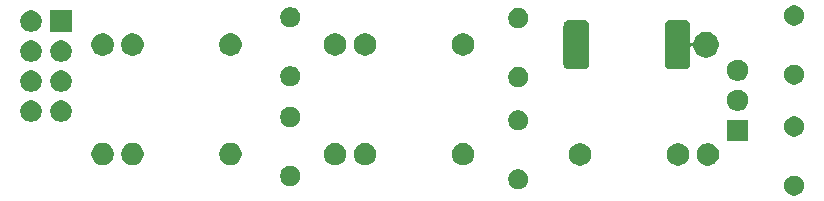
<source format=gbr>
G04 #@! TF.GenerationSoftware,KiCad,Pcbnew,(5.1.5)-3*
G04 #@! TF.CreationDate,2020-06-13T04:32:44-04:00*
G04 #@! TF.ProjectId,LilMix,4c696c4d-6978-42e6-9b69-6361645f7063,rev?*
G04 #@! TF.SameCoordinates,Original*
G04 #@! TF.FileFunction,Soldermask,Bot*
G04 #@! TF.FilePolarity,Negative*
%FSLAX46Y46*%
G04 Gerber Fmt 4.6, Leading zero omitted, Abs format (unit mm)*
G04 Created by KiCad (PCBNEW (5.1.5)-3) date 2020-06-13 04:32:44*
%MOMM*%
%LPD*%
G04 APERTURE LIST*
%ADD10C,0.100000*%
G04 APERTURE END LIST*
D10*
G36*
X154717228Y-134305703D02*
G01*
X154872100Y-134369853D01*
X155011481Y-134462985D01*
X155130015Y-134581519D01*
X155223147Y-134720900D01*
X155287297Y-134875772D01*
X155320000Y-135040184D01*
X155320000Y-135207816D01*
X155287297Y-135372228D01*
X155223147Y-135527100D01*
X155130015Y-135666481D01*
X155011481Y-135785015D01*
X154872100Y-135878147D01*
X154717228Y-135942297D01*
X154552816Y-135975000D01*
X154385184Y-135975000D01*
X154220772Y-135942297D01*
X154065900Y-135878147D01*
X153926519Y-135785015D01*
X153807985Y-135666481D01*
X153714853Y-135527100D01*
X153650703Y-135372228D01*
X153618000Y-135207816D01*
X153618000Y-135040184D01*
X153650703Y-134875772D01*
X153714853Y-134720900D01*
X153807985Y-134581519D01*
X153926519Y-134462985D01*
X154065900Y-134369853D01*
X154220772Y-134305703D01*
X154385184Y-134273000D01*
X154552816Y-134273000D01*
X154717228Y-134305703D01*
G37*
G36*
X131355228Y-133780703D02*
G01*
X131510100Y-133844853D01*
X131649481Y-133937985D01*
X131768015Y-134056519D01*
X131861147Y-134195900D01*
X131925297Y-134350772D01*
X131958000Y-134515184D01*
X131958000Y-134682816D01*
X131925297Y-134847228D01*
X131861147Y-135002100D01*
X131768015Y-135141481D01*
X131649481Y-135260015D01*
X131510100Y-135353147D01*
X131355228Y-135417297D01*
X131190816Y-135450000D01*
X131023184Y-135450000D01*
X130858772Y-135417297D01*
X130703900Y-135353147D01*
X130564519Y-135260015D01*
X130445985Y-135141481D01*
X130352853Y-135002100D01*
X130288703Y-134847228D01*
X130256000Y-134682816D01*
X130256000Y-134515184D01*
X130288703Y-134350772D01*
X130352853Y-134195900D01*
X130445985Y-134056519D01*
X130564519Y-133937985D01*
X130703900Y-133844853D01*
X130858772Y-133780703D01*
X131023184Y-133748000D01*
X131190816Y-133748000D01*
X131355228Y-133780703D01*
G37*
G36*
X112055228Y-133487703D02*
G01*
X112210100Y-133551853D01*
X112349481Y-133644985D01*
X112468015Y-133763519D01*
X112561147Y-133902900D01*
X112625297Y-134057772D01*
X112658000Y-134222184D01*
X112658000Y-134389816D01*
X112625297Y-134554228D01*
X112561147Y-134709100D01*
X112468015Y-134848481D01*
X112349481Y-134967015D01*
X112210100Y-135060147D01*
X112055228Y-135124297D01*
X111890816Y-135157000D01*
X111723184Y-135157000D01*
X111558772Y-135124297D01*
X111403900Y-135060147D01*
X111264519Y-134967015D01*
X111145985Y-134848481D01*
X111052853Y-134709100D01*
X110988703Y-134554228D01*
X110956000Y-134389816D01*
X110956000Y-134222184D01*
X110988703Y-134057772D01*
X111052853Y-133902900D01*
X111145985Y-133763519D01*
X111264519Y-133644985D01*
X111403900Y-133551853D01*
X111558772Y-133487703D01*
X111723184Y-133455000D01*
X111890816Y-133455000D01*
X112055228Y-133487703D01*
G37*
G36*
X144913395Y-131565546D02*
G01*
X145086466Y-131637234D01*
X145086467Y-131637235D01*
X145242227Y-131741310D01*
X145374690Y-131873773D01*
X145374691Y-131873775D01*
X145478766Y-132029534D01*
X145550454Y-132202605D01*
X145587000Y-132386333D01*
X145587000Y-132573667D01*
X145550454Y-132757395D01*
X145478766Y-132930466D01*
X145478765Y-132930467D01*
X145374690Y-133086227D01*
X145242227Y-133218690D01*
X145163818Y-133271081D01*
X145086466Y-133322766D01*
X144913395Y-133394454D01*
X144729667Y-133431000D01*
X144542333Y-133431000D01*
X144358605Y-133394454D01*
X144185534Y-133322766D01*
X144108182Y-133271081D01*
X144029773Y-133218690D01*
X143897310Y-133086227D01*
X143793235Y-132930467D01*
X143793234Y-132930466D01*
X143721546Y-132757395D01*
X143685000Y-132573667D01*
X143685000Y-132386333D01*
X143721546Y-132202605D01*
X143793234Y-132029534D01*
X143897309Y-131873775D01*
X143897310Y-131873773D01*
X144029773Y-131741310D01*
X144185533Y-131637235D01*
X144185534Y-131637234D01*
X144358605Y-131565546D01*
X144542333Y-131529000D01*
X144729667Y-131529000D01*
X144913395Y-131565546D01*
G37*
G36*
X147433395Y-131565546D02*
G01*
X147606466Y-131637234D01*
X147606467Y-131637235D01*
X147762227Y-131741310D01*
X147894690Y-131873773D01*
X147894691Y-131873775D01*
X147998766Y-132029534D01*
X148070454Y-132202605D01*
X148107000Y-132386333D01*
X148107000Y-132573667D01*
X148070454Y-132757395D01*
X147998766Y-132930466D01*
X147998765Y-132930467D01*
X147894690Y-133086227D01*
X147762227Y-133218690D01*
X147683818Y-133271081D01*
X147606466Y-133322766D01*
X147433395Y-133394454D01*
X147249667Y-133431000D01*
X147062333Y-133431000D01*
X146878605Y-133394454D01*
X146705534Y-133322766D01*
X146628182Y-133271081D01*
X146549773Y-133218690D01*
X146417310Y-133086227D01*
X146313235Y-132930467D01*
X146313234Y-132930466D01*
X146241546Y-132757395D01*
X146205000Y-132573667D01*
X146205000Y-132386333D01*
X146241546Y-132202605D01*
X146313234Y-132029534D01*
X146417309Y-131873775D01*
X146417310Y-131873773D01*
X146549773Y-131741310D01*
X146705533Y-131637235D01*
X146705534Y-131637234D01*
X146878605Y-131565546D01*
X147062333Y-131529000D01*
X147249667Y-131529000D01*
X147433395Y-131565546D01*
G37*
G36*
X136613395Y-131565546D02*
G01*
X136786466Y-131637234D01*
X136786467Y-131637235D01*
X136942227Y-131741310D01*
X137074690Y-131873773D01*
X137074691Y-131873775D01*
X137178766Y-132029534D01*
X137250454Y-132202605D01*
X137287000Y-132386333D01*
X137287000Y-132573667D01*
X137250454Y-132757395D01*
X137178766Y-132930466D01*
X137178765Y-132930467D01*
X137074690Y-133086227D01*
X136942227Y-133218690D01*
X136863818Y-133271081D01*
X136786466Y-133322766D01*
X136613395Y-133394454D01*
X136429667Y-133431000D01*
X136242333Y-133431000D01*
X136058605Y-133394454D01*
X135885534Y-133322766D01*
X135808182Y-133271081D01*
X135729773Y-133218690D01*
X135597310Y-133086227D01*
X135493235Y-132930467D01*
X135493234Y-132930466D01*
X135421546Y-132757395D01*
X135385000Y-132573667D01*
X135385000Y-132386333D01*
X135421546Y-132202605D01*
X135493234Y-132029534D01*
X135597309Y-131873775D01*
X135597310Y-131873773D01*
X135729773Y-131741310D01*
X135885533Y-131637235D01*
X135885534Y-131637234D01*
X136058605Y-131565546D01*
X136242333Y-131529000D01*
X136429667Y-131529000D01*
X136613395Y-131565546D01*
G37*
G36*
X107018395Y-131538546D02*
G01*
X107191466Y-131610234D01*
X107191467Y-131610235D01*
X107347227Y-131714310D01*
X107479690Y-131846773D01*
X107479691Y-131846775D01*
X107583766Y-132002534D01*
X107655454Y-132175605D01*
X107692000Y-132359333D01*
X107692000Y-132546667D01*
X107655454Y-132730395D01*
X107583766Y-132903466D01*
X107583765Y-132903467D01*
X107479690Y-133059227D01*
X107347227Y-133191690D01*
X107306818Y-133218690D01*
X107191466Y-133295766D01*
X107018395Y-133367454D01*
X106834667Y-133404000D01*
X106647333Y-133404000D01*
X106463605Y-133367454D01*
X106290534Y-133295766D01*
X106175182Y-133218690D01*
X106134773Y-133191690D01*
X106002310Y-133059227D01*
X105898235Y-132903467D01*
X105898234Y-132903466D01*
X105826546Y-132730395D01*
X105790000Y-132546667D01*
X105790000Y-132359333D01*
X105826546Y-132175605D01*
X105898234Y-132002534D01*
X106002309Y-131846775D01*
X106002310Y-131846773D01*
X106134773Y-131714310D01*
X106290533Y-131610235D01*
X106290534Y-131610234D01*
X106463605Y-131538546D01*
X106647333Y-131502000D01*
X106834667Y-131502000D01*
X107018395Y-131538546D01*
G37*
G36*
X98718395Y-131538546D02*
G01*
X98891466Y-131610234D01*
X98891467Y-131610235D01*
X99047227Y-131714310D01*
X99179690Y-131846773D01*
X99179691Y-131846775D01*
X99283766Y-132002534D01*
X99355454Y-132175605D01*
X99392000Y-132359333D01*
X99392000Y-132546667D01*
X99355454Y-132730395D01*
X99283766Y-132903466D01*
X99283765Y-132903467D01*
X99179690Y-133059227D01*
X99047227Y-133191690D01*
X99006818Y-133218690D01*
X98891466Y-133295766D01*
X98718395Y-133367454D01*
X98534667Y-133404000D01*
X98347333Y-133404000D01*
X98163605Y-133367454D01*
X97990534Y-133295766D01*
X97875182Y-133218690D01*
X97834773Y-133191690D01*
X97702310Y-133059227D01*
X97598235Y-132903467D01*
X97598234Y-132903466D01*
X97526546Y-132730395D01*
X97490000Y-132546667D01*
X97490000Y-132359333D01*
X97526546Y-132175605D01*
X97598234Y-132002534D01*
X97702309Y-131846775D01*
X97702310Y-131846773D01*
X97834773Y-131714310D01*
X97990533Y-131610235D01*
X97990534Y-131610234D01*
X98163605Y-131538546D01*
X98347333Y-131502000D01*
X98534667Y-131502000D01*
X98718395Y-131538546D01*
G37*
G36*
X96198395Y-131538546D02*
G01*
X96371466Y-131610234D01*
X96371467Y-131610235D01*
X96527227Y-131714310D01*
X96659690Y-131846773D01*
X96659691Y-131846775D01*
X96763766Y-132002534D01*
X96835454Y-132175605D01*
X96872000Y-132359333D01*
X96872000Y-132546667D01*
X96835454Y-132730395D01*
X96763766Y-132903466D01*
X96763765Y-132903467D01*
X96659690Y-133059227D01*
X96527227Y-133191690D01*
X96486818Y-133218690D01*
X96371466Y-133295766D01*
X96198395Y-133367454D01*
X96014667Y-133404000D01*
X95827333Y-133404000D01*
X95643605Y-133367454D01*
X95470534Y-133295766D01*
X95355182Y-133218690D01*
X95314773Y-133191690D01*
X95182310Y-133059227D01*
X95078235Y-132903467D01*
X95078234Y-132903466D01*
X95006546Y-132730395D01*
X94970000Y-132546667D01*
X94970000Y-132359333D01*
X95006546Y-132175605D01*
X95078234Y-132002534D01*
X95182309Y-131846775D01*
X95182310Y-131846773D01*
X95314773Y-131714310D01*
X95470533Y-131610235D01*
X95470534Y-131610234D01*
X95643605Y-131538546D01*
X95827333Y-131502000D01*
X96014667Y-131502000D01*
X96198395Y-131538546D01*
G37*
G36*
X115885395Y-131535546D02*
G01*
X116058466Y-131607234D01*
X116135818Y-131658919D01*
X116214227Y-131711310D01*
X116346690Y-131843773D01*
X116399081Y-131922182D01*
X116450766Y-131999534D01*
X116522454Y-132172605D01*
X116559000Y-132356333D01*
X116559000Y-132543667D01*
X116522454Y-132727395D01*
X116450766Y-132900466D01*
X116430720Y-132930467D01*
X116346690Y-133056227D01*
X116214227Y-133188690D01*
X116169327Y-133218691D01*
X116058466Y-133292766D01*
X115885395Y-133364454D01*
X115701667Y-133401000D01*
X115514333Y-133401000D01*
X115330605Y-133364454D01*
X115157534Y-133292766D01*
X115046673Y-133218691D01*
X115001773Y-133188690D01*
X114869310Y-133056227D01*
X114785280Y-132930467D01*
X114765234Y-132900466D01*
X114693546Y-132727395D01*
X114657000Y-132543667D01*
X114657000Y-132356333D01*
X114693546Y-132172605D01*
X114765234Y-131999534D01*
X114816919Y-131922182D01*
X114869310Y-131843773D01*
X115001773Y-131711310D01*
X115080182Y-131658919D01*
X115157534Y-131607234D01*
X115330605Y-131535546D01*
X115514333Y-131499000D01*
X115701667Y-131499000D01*
X115885395Y-131535546D01*
G37*
G36*
X126705395Y-131535546D02*
G01*
X126878466Y-131607234D01*
X126955818Y-131658919D01*
X127034227Y-131711310D01*
X127166690Y-131843773D01*
X127219081Y-131922182D01*
X127270766Y-131999534D01*
X127342454Y-132172605D01*
X127379000Y-132356333D01*
X127379000Y-132543667D01*
X127342454Y-132727395D01*
X127270766Y-132900466D01*
X127250720Y-132930467D01*
X127166690Y-133056227D01*
X127034227Y-133188690D01*
X126989327Y-133218691D01*
X126878466Y-133292766D01*
X126705395Y-133364454D01*
X126521667Y-133401000D01*
X126334333Y-133401000D01*
X126150605Y-133364454D01*
X125977534Y-133292766D01*
X125866673Y-133218691D01*
X125821773Y-133188690D01*
X125689310Y-133056227D01*
X125605280Y-132930467D01*
X125585234Y-132900466D01*
X125513546Y-132727395D01*
X125477000Y-132543667D01*
X125477000Y-132356333D01*
X125513546Y-132172605D01*
X125585234Y-131999534D01*
X125636919Y-131922182D01*
X125689310Y-131843773D01*
X125821773Y-131711310D01*
X125900182Y-131658919D01*
X125977534Y-131607234D01*
X126150605Y-131535546D01*
X126334333Y-131499000D01*
X126521667Y-131499000D01*
X126705395Y-131535546D01*
G37*
G36*
X118405395Y-131535546D02*
G01*
X118578466Y-131607234D01*
X118655818Y-131658919D01*
X118734227Y-131711310D01*
X118866690Y-131843773D01*
X118919081Y-131922182D01*
X118970766Y-131999534D01*
X119042454Y-132172605D01*
X119079000Y-132356333D01*
X119079000Y-132543667D01*
X119042454Y-132727395D01*
X118970766Y-132900466D01*
X118950720Y-132930467D01*
X118866690Y-133056227D01*
X118734227Y-133188690D01*
X118689327Y-133218691D01*
X118578466Y-133292766D01*
X118405395Y-133364454D01*
X118221667Y-133401000D01*
X118034333Y-133401000D01*
X117850605Y-133364454D01*
X117677534Y-133292766D01*
X117566673Y-133218691D01*
X117521773Y-133188690D01*
X117389310Y-133056227D01*
X117305280Y-132930467D01*
X117285234Y-132900466D01*
X117213546Y-132727395D01*
X117177000Y-132543667D01*
X117177000Y-132356333D01*
X117213546Y-132172605D01*
X117285234Y-131999534D01*
X117336919Y-131922182D01*
X117389310Y-131843773D01*
X117521773Y-131711310D01*
X117600182Y-131658919D01*
X117677534Y-131607234D01*
X117850605Y-131535546D01*
X118034333Y-131499000D01*
X118221667Y-131499000D01*
X118405395Y-131535546D01*
G37*
G36*
X150581000Y-131341000D02*
G01*
X148779000Y-131341000D01*
X148779000Y-129539000D01*
X150581000Y-129539000D01*
X150581000Y-131341000D01*
G37*
G36*
X154717228Y-129305703D02*
G01*
X154872100Y-129369853D01*
X155011481Y-129462985D01*
X155130015Y-129581519D01*
X155223147Y-129720900D01*
X155287297Y-129875772D01*
X155320000Y-130040184D01*
X155320000Y-130207816D01*
X155287297Y-130372228D01*
X155223147Y-130527100D01*
X155130015Y-130666481D01*
X155011481Y-130785015D01*
X154872100Y-130878147D01*
X154717228Y-130942297D01*
X154552816Y-130975000D01*
X154385184Y-130975000D01*
X154220772Y-130942297D01*
X154065900Y-130878147D01*
X153926519Y-130785015D01*
X153807985Y-130666481D01*
X153714853Y-130527100D01*
X153650703Y-130372228D01*
X153618000Y-130207816D01*
X153618000Y-130040184D01*
X153650703Y-129875772D01*
X153714853Y-129720900D01*
X153807985Y-129581519D01*
X153926519Y-129462985D01*
X154065900Y-129369853D01*
X154220772Y-129305703D01*
X154385184Y-129273000D01*
X154552816Y-129273000D01*
X154717228Y-129305703D01*
G37*
G36*
X131355228Y-128780703D02*
G01*
X131510100Y-128844853D01*
X131649481Y-128937985D01*
X131768015Y-129056519D01*
X131861147Y-129195900D01*
X131925297Y-129350772D01*
X131958000Y-129515184D01*
X131958000Y-129682816D01*
X131925297Y-129847228D01*
X131861147Y-130002100D01*
X131768015Y-130141481D01*
X131649481Y-130260015D01*
X131510100Y-130353147D01*
X131355228Y-130417297D01*
X131190816Y-130450000D01*
X131023184Y-130450000D01*
X130858772Y-130417297D01*
X130703900Y-130353147D01*
X130564519Y-130260015D01*
X130445985Y-130141481D01*
X130352853Y-130002100D01*
X130288703Y-129847228D01*
X130256000Y-129682816D01*
X130256000Y-129515184D01*
X130288703Y-129350772D01*
X130352853Y-129195900D01*
X130445985Y-129056519D01*
X130564519Y-128937985D01*
X130703900Y-128844853D01*
X130858772Y-128780703D01*
X131023184Y-128748000D01*
X131190816Y-128748000D01*
X131355228Y-128780703D01*
G37*
G36*
X112055228Y-128487703D02*
G01*
X112210100Y-128551853D01*
X112349481Y-128644985D01*
X112468015Y-128763519D01*
X112561147Y-128902900D01*
X112625297Y-129057772D01*
X112658000Y-129222184D01*
X112658000Y-129389816D01*
X112625297Y-129554228D01*
X112561147Y-129709100D01*
X112468015Y-129848481D01*
X112349481Y-129967015D01*
X112210100Y-130060147D01*
X112055228Y-130124297D01*
X111890816Y-130157000D01*
X111723184Y-130157000D01*
X111558772Y-130124297D01*
X111403900Y-130060147D01*
X111264519Y-129967015D01*
X111145985Y-129848481D01*
X111052853Y-129709100D01*
X110988703Y-129554228D01*
X110956000Y-129389816D01*
X110956000Y-129222184D01*
X110988703Y-129057772D01*
X111052853Y-128902900D01*
X111145985Y-128763519D01*
X111264519Y-128644985D01*
X111403900Y-128551853D01*
X111558772Y-128487703D01*
X111723184Y-128455000D01*
X111890816Y-128455000D01*
X112055228Y-128487703D01*
G37*
G36*
X92666778Y-127940547D02*
G01*
X92833224Y-128009491D01*
X92983022Y-128109583D01*
X93110417Y-128236978D01*
X93210509Y-128386776D01*
X93279453Y-128553222D01*
X93314600Y-128729918D01*
X93314600Y-128910082D01*
X93279453Y-129086778D01*
X93210509Y-129253224D01*
X93110417Y-129403022D01*
X92983022Y-129530417D01*
X92833224Y-129630509D01*
X92666778Y-129699453D01*
X92490082Y-129734600D01*
X92309918Y-129734600D01*
X92133222Y-129699453D01*
X91966776Y-129630509D01*
X91816978Y-129530417D01*
X91689583Y-129403022D01*
X91589491Y-129253224D01*
X91520547Y-129086778D01*
X91485400Y-128910082D01*
X91485400Y-128729918D01*
X91520547Y-128553222D01*
X91589491Y-128386776D01*
X91689583Y-128236978D01*
X91816978Y-128109583D01*
X91966776Y-128009491D01*
X92133222Y-127940547D01*
X92309918Y-127905400D01*
X92490082Y-127905400D01*
X92666778Y-127940547D01*
G37*
G36*
X90126778Y-127940547D02*
G01*
X90293224Y-128009491D01*
X90443022Y-128109583D01*
X90570417Y-128236978D01*
X90670509Y-128386776D01*
X90739453Y-128553222D01*
X90774600Y-128729918D01*
X90774600Y-128910082D01*
X90739453Y-129086778D01*
X90670509Y-129253224D01*
X90570417Y-129403022D01*
X90443022Y-129530417D01*
X90293224Y-129630509D01*
X90126778Y-129699453D01*
X89950082Y-129734600D01*
X89769918Y-129734600D01*
X89593222Y-129699453D01*
X89426776Y-129630509D01*
X89276978Y-129530417D01*
X89149583Y-129403022D01*
X89049491Y-129253224D01*
X88980547Y-129086778D01*
X88945400Y-128910082D01*
X88945400Y-128729918D01*
X88980547Y-128553222D01*
X89049491Y-128386776D01*
X89149583Y-128236978D01*
X89276978Y-128109583D01*
X89426776Y-128009491D01*
X89593222Y-127940547D01*
X89769918Y-127905400D01*
X89950082Y-127905400D01*
X90126778Y-127940547D01*
G37*
G36*
X149793512Y-127003927D02*
G01*
X149942812Y-127033624D01*
X150106784Y-127101544D01*
X150254354Y-127200147D01*
X150379853Y-127325646D01*
X150478456Y-127473216D01*
X150546376Y-127637188D01*
X150576073Y-127786488D01*
X150581000Y-127811258D01*
X150581000Y-127988742D01*
X150576073Y-128013512D01*
X150546376Y-128162812D01*
X150478456Y-128326784D01*
X150379853Y-128474354D01*
X150254354Y-128599853D01*
X150106784Y-128698456D01*
X149942812Y-128766376D01*
X149793512Y-128796073D01*
X149768742Y-128801000D01*
X149591258Y-128801000D01*
X149566488Y-128796073D01*
X149417188Y-128766376D01*
X149253216Y-128698456D01*
X149105646Y-128599853D01*
X148980147Y-128474354D01*
X148881544Y-128326784D01*
X148813624Y-128162812D01*
X148783927Y-128013512D01*
X148779000Y-127988742D01*
X148779000Y-127811258D01*
X148783927Y-127786488D01*
X148813624Y-127637188D01*
X148881544Y-127473216D01*
X148980147Y-127325646D01*
X149105646Y-127200147D01*
X149253216Y-127101544D01*
X149417188Y-127033624D01*
X149566488Y-127003927D01*
X149591258Y-126999000D01*
X149768742Y-126999000D01*
X149793512Y-127003927D01*
G37*
G36*
X92666778Y-125400547D02*
G01*
X92833224Y-125469491D01*
X92983022Y-125569583D01*
X93110417Y-125696978D01*
X93210509Y-125846776D01*
X93279453Y-126013222D01*
X93314600Y-126189918D01*
X93314600Y-126370082D01*
X93279453Y-126546778D01*
X93210509Y-126713224D01*
X93110417Y-126863022D01*
X92983022Y-126990417D01*
X92833224Y-127090509D01*
X92666778Y-127159453D01*
X92490082Y-127194600D01*
X92309918Y-127194600D01*
X92133222Y-127159453D01*
X91966776Y-127090509D01*
X91816978Y-126990417D01*
X91689583Y-126863022D01*
X91589491Y-126713224D01*
X91520547Y-126546778D01*
X91485400Y-126370082D01*
X91485400Y-126189918D01*
X91520547Y-126013222D01*
X91589491Y-125846776D01*
X91689583Y-125696978D01*
X91816978Y-125569583D01*
X91966776Y-125469491D01*
X92133222Y-125400547D01*
X92309918Y-125365400D01*
X92490082Y-125365400D01*
X92666778Y-125400547D01*
G37*
G36*
X90126778Y-125400547D02*
G01*
X90293224Y-125469491D01*
X90443022Y-125569583D01*
X90570417Y-125696978D01*
X90670509Y-125846776D01*
X90739453Y-126013222D01*
X90774600Y-126189918D01*
X90774600Y-126370082D01*
X90739453Y-126546778D01*
X90670509Y-126713224D01*
X90570417Y-126863022D01*
X90443022Y-126990417D01*
X90293224Y-127090509D01*
X90126778Y-127159453D01*
X89950082Y-127194600D01*
X89769918Y-127194600D01*
X89593222Y-127159453D01*
X89426776Y-127090509D01*
X89276978Y-126990417D01*
X89149583Y-126863022D01*
X89049491Y-126713224D01*
X88980547Y-126546778D01*
X88945400Y-126370082D01*
X88945400Y-126189918D01*
X88980547Y-126013222D01*
X89049491Y-125846776D01*
X89149583Y-125696978D01*
X89276978Y-125569583D01*
X89426776Y-125469491D01*
X89593222Y-125400547D01*
X89769918Y-125365400D01*
X89950082Y-125365400D01*
X90126778Y-125400547D01*
G37*
G36*
X131355228Y-125120703D02*
G01*
X131510100Y-125184853D01*
X131649481Y-125277985D01*
X131768015Y-125396519D01*
X131861147Y-125535900D01*
X131925297Y-125690772D01*
X131958000Y-125855184D01*
X131958000Y-126022816D01*
X131925297Y-126187228D01*
X131861147Y-126342100D01*
X131768015Y-126481481D01*
X131649481Y-126600015D01*
X131510100Y-126693147D01*
X131355228Y-126757297D01*
X131190816Y-126790000D01*
X131023184Y-126790000D01*
X130858772Y-126757297D01*
X130703900Y-126693147D01*
X130564519Y-126600015D01*
X130445985Y-126481481D01*
X130352853Y-126342100D01*
X130288703Y-126187228D01*
X130256000Y-126022816D01*
X130256000Y-125855184D01*
X130288703Y-125690772D01*
X130352853Y-125535900D01*
X130445985Y-125396519D01*
X130564519Y-125277985D01*
X130703900Y-125184853D01*
X130858772Y-125120703D01*
X131023184Y-125088000D01*
X131190816Y-125088000D01*
X131355228Y-125120703D01*
G37*
G36*
X112055228Y-125047703D02*
G01*
X112210100Y-125111853D01*
X112349481Y-125204985D01*
X112468015Y-125323519D01*
X112561147Y-125462900D01*
X112625297Y-125617772D01*
X112658000Y-125782184D01*
X112658000Y-125949816D01*
X112625297Y-126114228D01*
X112561147Y-126269100D01*
X112468015Y-126408481D01*
X112349481Y-126527015D01*
X112210100Y-126620147D01*
X112055228Y-126684297D01*
X111890816Y-126717000D01*
X111723184Y-126717000D01*
X111558772Y-126684297D01*
X111403900Y-126620147D01*
X111264519Y-126527015D01*
X111145985Y-126408481D01*
X111052853Y-126269100D01*
X110988703Y-126114228D01*
X110956000Y-125949816D01*
X110956000Y-125782184D01*
X110988703Y-125617772D01*
X111052853Y-125462900D01*
X111145985Y-125323519D01*
X111264519Y-125204985D01*
X111403900Y-125111853D01*
X111558772Y-125047703D01*
X111723184Y-125015000D01*
X111890816Y-125015000D01*
X112055228Y-125047703D01*
G37*
G36*
X154717228Y-124907703D02*
G01*
X154872100Y-124971853D01*
X155011481Y-125064985D01*
X155130015Y-125183519D01*
X155223147Y-125322900D01*
X155287297Y-125477772D01*
X155320000Y-125642184D01*
X155320000Y-125809816D01*
X155287297Y-125974228D01*
X155223147Y-126129100D01*
X155130015Y-126268481D01*
X155011481Y-126387015D01*
X154872100Y-126480147D01*
X154717228Y-126544297D01*
X154552816Y-126577000D01*
X154385184Y-126577000D01*
X154220772Y-126544297D01*
X154065900Y-126480147D01*
X153926519Y-126387015D01*
X153807985Y-126268481D01*
X153714853Y-126129100D01*
X153650703Y-125974228D01*
X153618000Y-125809816D01*
X153618000Y-125642184D01*
X153650703Y-125477772D01*
X153714853Y-125322900D01*
X153807985Y-125183519D01*
X153926519Y-125064985D01*
X154065900Y-124971853D01*
X154220772Y-124907703D01*
X154385184Y-124875000D01*
X154552816Y-124875000D01*
X154717228Y-124907703D01*
G37*
G36*
X149793512Y-124463927D02*
G01*
X149942812Y-124493624D01*
X150106784Y-124561544D01*
X150254354Y-124660147D01*
X150379853Y-124785646D01*
X150478456Y-124933216D01*
X150546376Y-125097188D01*
X150574908Y-125240631D01*
X150581000Y-125271258D01*
X150581000Y-125448742D01*
X150576073Y-125473512D01*
X150546376Y-125622812D01*
X150478456Y-125786784D01*
X150379853Y-125934354D01*
X150254354Y-126059853D01*
X150106784Y-126158456D01*
X149942812Y-126226376D01*
X149793512Y-126256073D01*
X149768742Y-126261000D01*
X149591258Y-126261000D01*
X149566488Y-126256073D01*
X149417188Y-126226376D01*
X149253216Y-126158456D01*
X149105646Y-126059853D01*
X148980147Y-125934354D01*
X148881544Y-125786784D01*
X148813624Y-125622812D01*
X148783927Y-125473512D01*
X148779000Y-125448742D01*
X148779000Y-125271258D01*
X148785092Y-125240631D01*
X148813624Y-125097188D01*
X148881544Y-124933216D01*
X148980147Y-124785646D01*
X149105646Y-124660147D01*
X149253216Y-124561544D01*
X149417188Y-124493624D01*
X149566488Y-124463927D01*
X149591258Y-124459000D01*
X149768742Y-124459000D01*
X149793512Y-124463927D01*
G37*
G36*
X145295626Y-121107685D02*
G01*
X145386237Y-121135172D01*
X145469736Y-121179803D01*
X145542929Y-121239871D01*
X145602997Y-121313064D01*
X145647628Y-121396563D01*
X145675115Y-121487174D01*
X145685000Y-121587540D01*
X145685000Y-122962540D01*
X145687402Y-122986926D01*
X145694515Y-123010375D01*
X145706066Y-123031986D01*
X145721611Y-123050928D01*
X145740553Y-123066473D01*
X145762164Y-123078024D01*
X145785613Y-123085137D01*
X145809999Y-123087539D01*
X145834385Y-123085137D01*
X145857834Y-123078024D01*
X145879445Y-123066473D01*
X145898387Y-123050928D01*
X145913932Y-123031986D01*
X145925483Y-123010375D01*
X145932596Y-122986926D01*
X145949766Y-122900605D01*
X145955572Y-122871417D01*
X146037905Y-122672649D01*
X146105308Y-122571773D01*
X146157432Y-122493764D01*
X146309564Y-122341632D01*
X146430918Y-122260546D01*
X146488449Y-122222105D01*
X146687217Y-122139772D01*
X146757554Y-122125781D01*
X146898226Y-122097800D01*
X147113374Y-122097800D01*
X147254046Y-122125781D01*
X147324383Y-122139772D01*
X147523151Y-122222105D01*
X147580682Y-122260546D01*
X147702036Y-122341632D01*
X147854168Y-122493764D01*
X147906292Y-122571773D01*
X147973695Y-122672649D01*
X148056028Y-122871417D01*
X148061834Y-122900605D01*
X148098000Y-123082426D01*
X148098000Y-123297574D01*
X148087967Y-123348014D01*
X148056028Y-123508583D01*
X147973695Y-123707351D01*
X147854167Y-123886237D01*
X147702037Y-124038367D01*
X147523151Y-124157895D01*
X147523150Y-124157896D01*
X147523149Y-124157896D01*
X147464933Y-124182010D01*
X147324383Y-124240228D01*
X147254046Y-124254219D01*
X147113374Y-124282200D01*
X146898226Y-124282200D01*
X146757554Y-124254219D01*
X146687217Y-124240228D01*
X146546667Y-124182010D01*
X146488451Y-124157896D01*
X146488450Y-124157896D01*
X146488449Y-124157895D01*
X146309563Y-124038367D01*
X146157433Y-123886237D01*
X146037905Y-123707351D01*
X145955572Y-123508583D01*
X145932596Y-123393074D01*
X145925483Y-123369625D01*
X145913932Y-123348014D01*
X145898387Y-123329072D01*
X145879445Y-123313527D01*
X145857834Y-123301976D01*
X145834385Y-123294863D01*
X145809999Y-123292461D01*
X145785613Y-123294863D01*
X145762164Y-123301976D01*
X145740553Y-123313527D01*
X145721611Y-123329072D01*
X145706066Y-123348014D01*
X145694515Y-123369625D01*
X145687402Y-123393074D01*
X145685000Y-123417460D01*
X145685000Y-124792460D01*
X145675115Y-124892826D01*
X145647628Y-124983437D01*
X145602997Y-125066936D01*
X145542929Y-125140129D01*
X145469736Y-125200197D01*
X145386237Y-125244828D01*
X145295626Y-125272315D01*
X145195260Y-125282200D01*
X143990340Y-125282200D01*
X143889974Y-125272315D01*
X143799363Y-125244828D01*
X143715864Y-125200197D01*
X143642671Y-125140129D01*
X143582603Y-125066936D01*
X143537972Y-124983437D01*
X143510485Y-124892826D01*
X143500600Y-124792460D01*
X143500600Y-121587540D01*
X143510485Y-121487174D01*
X143537972Y-121396563D01*
X143582603Y-121313064D01*
X143642671Y-121239871D01*
X143715864Y-121179803D01*
X143799363Y-121135172D01*
X143889974Y-121107685D01*
X143990340Y-121097800D01*
X145195260Y-121097800D01*
X145295626Y-121107685D01*
G37*
G36*
X136735826Y-121107685D02*
G01*
X136826437Y-121135172D01*
X136909936Y-121179803D01*
X136983129Y-121239871D01*
X137043197Y-121313064D01*
X137087828Y-121396563D01*
X137115315Y-121487174D01*
X137125200Y-121587540D01*
X137125200Y-124792460D01*
X137115315Y-124892826D01*
X137087828Y-124983437D01*
X137043197Y-125066936D01*
X136983129Y-125140129D01*
X136909936Y-125200197D01*
X136826437Y-125244828D01*
X136735826Y-125272315D01*
X136635460Y-125282200D01*
X135430540Y-125282200D01*
X135330174Y-125272315D01*
X135239563Y-125244828D01*
X135156064Y-125200197D01*
X135082871Y-125140129D01*
X135022803Y-125066936D01*
X134978172Y-124983437D01*
X134950685Y-124892826D01*
X134940800Y-124792460D01*
X134940800Y-121587540D01*
X134950685Y-121487174D01*
X134978172Y-121396563D01*
X135022803Y-121313064D01*
X135082871Y-121239871D01*
X135156064Y-121179803D01*
X135239563Y-121135172D01*
X135330174Y-121107685D01*
X135430540Y-121097800D01*
X136635460Y-121097800D01*
X136735826Y-121107685D01*
G37*
G36*
X90126778Y-122860547D02*
G01*
X90293224Y-122929491D01*
X90443022Y-123029583D01*
X90570417Y-123156978D01*
X90670509Y-123306776D01*
X90739453Y-123473222D01*
X90774600Y-123649918D01*
X90774600Y-123830082D01*
X90739453Y-124006778D01*
X90670509Y-124173224D01*
X90570417Y-124323022D01*
X90443022Y-124450417D01*
X90293224Y-124550509D01*
X90126778Y-124619453D01*
X89950082Y-124654600D01*
X89769918Y-124654600D01*
X89593222Y-124619453D01*
X89426776Y-124550509D01*
X89276978Y-124450417D01*
X89149583Y-124323022D01*
X89049491Y-124173224D01*
X88980547Y-124006778D01*
X88945400Y-123830082D01*
X88945400Y-123649918D01*
X88980547Y-123473222D01*
X89049491Y-123306776D01*
X89149583Y-123156978D01*
X89276978Y-123029583D01*
X89426776Y-122929491D01*
X89593222Y-122860547D01*
X89769918Y-122825400D01*
X89950082Y-122825400D01*
X90126778Y-122860547D01*
G37*
G36*
X92666778Y-122860547D02*
G01*
X92833224Y-122929491D01*
X92983022Y-123029583D01*
X93110417Y-123156978D01*
X93210509Y-123306776D01*
X93279453Y-123473222D01*
X93314600Y-123649918D01*
X93314600Y-123830082D01*
X93279453Y-124006778D01*
X93210509Y-124173224D01*
X93110417Y-124323022D01*
X92983022Y-124450417D01*
X92833224Y-124550509D01*
X92666778Y-124619453D01*
X92490082Y-124654600D01*
X92309918Y-124654600D01*
X92133222Y-124619453D01*
X91966776Y-124550509D01*
X91816978Y-124450417D01*
X91689583Y-124323022D01*
X91589491Y-124173224D01*
X91520547Y-124006778D01*
X91485400Y-123830082D01*
X91485400Y-123649918D01*
X91520547Y-123473222D01*
X91589491Y-123306776D01*
X91689583Y-123156978D01*
X91816978Y-123029583D01*
X91966776Y-122929491D01*
X92133222Y-122860547D01*
X92309918Y-122825400D01*
X92490082Y-122825400D01*
X92666778Y-122860547D01*
G37*
G36*
X98718395Y-122263546D02*
G01*
X98891466Y-122335234D01*
X98968818Y-122386919D01*
X99047227Y-122439310D01*
X99179690Y-122571773D01*
X99179691Y-122571775D01*
X99283766Y-122727534D01*
X99355454Y-122900605D01*
X99392000Y-123084333D01*
X99392000Y-123271667D01*
X99355454Y-123455395D01*
X99283766Y-123628466D01*
X99283765Y-123628467D01*
X99179690Y-123784227D01*
X99047227Y-123916690D01*
X98968818Y-123969081D01*
X98891466Y-124020766D01*
X98718395Y-124092454D01*
X98534667Y-124129000D01*
X98347333Y-124129000D01*
X98163605Y-124092454D01*
X97990534Y-124020766D01*
X97913182Y-123969081D01*
X97834773Y-123916690D01*
X97702310Y-123784227D01*
X97598235Y-123628467D01*
X97598234Y-123628466D01*
X97526546Y-123455395D01*
X97490000Y-123271667D01*
X97490000Y-123084333D01*
X97526546Y-122900605D01*
X97598234Y-122727534D01*
X97702309Y-122571775D01*
X97702310Y-122571773D01*
X97834773Y-122439310D01*
X97913182Y-122386919D01*
X97990534Y-122335234D01*
X98163605Y-122263546D01*
X98347333Y-122227000D01*
X98534667Y-122227000D01*
X98718395Y-122263546D01*
G37*
G36*
X96198395Y-122263546D02*
G01*
X96371466Y-122335234D01*
X96448818Y-122386919D01*
X96527227Y-122439310D01*
X96659690Y-122571773D01*
X96659691Y-122571775D01*
X96763766Y-122727534D01*
X96835454Y-122900605D01*
X96872000Y-123084333D01*
X96872000Y-123271667D01*
X96835454Y-123455395D01*
X96763766Y-123628466D01*
X96763765Y-123628467D01*
X96659690Y-123784227D01*
X96527227Y-123916690D01*
X96448818Y-123969081D01*
X96371466Y-124020766D01*
X96198395Y-124092454D01*
X96014667Y-124129000D01*
X95827333Y-124129000D01*
X95643605Y-124092454D01*
X95470534Y-124020766D01*
X95393182Y-123969081D01*
X95314773Y-123916690D01*
X95182310Y-123784227D01*
X95078235Y-123628467D01*
X95078234Y-123628466D01*
X95006546Y-123455395D01*
X94970000Y-123271667D01*
X94970000Y-123084333D01*
X95006546Y-122900605D01*
X95078234Y-122727534D01*
X95182309Y-122571775D01*
X95182310Y-122571773D01*
X95314773Y-122439310D01*
X95393182Y-122386919D01*
X95470534Y-122335234D01*
X95643605Y-122263546D01*
X95827333Y-122227000D01*
X96014667Y-122227000D01*
X96198395Y-122263546D01*
G37*
G36*
X107018395Y-122263546D02*
G01*
X107191466Y-122335234D01*
X107268818Y-122386919D01*
X107347227Y-122439310D01*
X107479690Y-122571773D01*
X107479691Y-122571775D01*
X107583766Y-122727534D01*
X107655454Y-122900605D01*
X107692000Y-123084333D01*
X107692000Y-123271667D01*
X107655454Y-123455395D01*
X107583766Y-123628466D01*
X107583765Y-123628467D01*
X107479690Y-123784227D01*
X107347227Y-123916690D01*
X107268818Y-123969081D01*
X107191466Y-124020766D01*
X107018395Y-124092454D01*
X106834667Y-124129000D01*
X106647333Y-124129000D01*
X106463605Y-124092454D01*
X106290534Y-124020766D01*
X106213182Y-123969081D01*
X106134773Y-123916690D01*
X106002310Y-123784227D01*
X105898235Y-123628467D01*
X105898234Y-123628466D01*
X105826546Y-123455395D01*
X105790000Y-123271667D01*
X105790000Y-123084333D01*
X105826546Y-122900605D01*
X105898234Y-122727534D01*
X106002309Y-122571775D01*
X106002310Y-122571773D01*
X106134773Y-122439310D01*
X106213182Y-122386919D01*
X106290534Y-122335234D01*
X106463605Y-122263546D01*
X106647333Y-122227000D01*
X106834667Y-122227000D01*
X107018395Y-122263546D01*
G37*
G36*
X115885395Y-122260546D02*
G01*
X116058466Y-122332234D01*
X116135818Y-122383919D01*
X116214227Y-122436310D01*
X116346690Y-122568773D01*
X116348696Y-122571775D01*
X116450766Y-122724534D01*
X116522454Y-122897605D01*
X116559000Y-123081333D01*
X116559000Y-123268667D01*
X116522454Y-123452395D01*
X116450766Y-123625466D01*
X116434426Y-123649920D01*
X116346690Y-123781227D01*
X116214227Y-123913690D01*
X116135818Y-123966081D01*
X116058466Y-124017766D01*
X115885395Y-124089454D01*
X115701667Y-124126000D01*
X115514333Y-124126000D01*
X115330605Y-124089454D01*
X115157534Y-124017766D01*
X115080182Y-123966081D01*
X115001773Y-123913690D01*
X114869310Y-123781227D01*
X114781574Y-123649920D01*
X114765234Y-123625466D01*
X114693546Y-123452395D01*
X114657000Y-123268667D01*
X114657000Y-123081333D01*
X114693546Y-122897605D01*
X114765234Y-122724534D01*
X114867304Y-122571775D01*
X114869310Y-122568773D01*
X115001773Y-122436310D01*
X115080182Y-122383919D01*
X115157534Y-122332234D01*
X115330605Y-122260546D01*
X115514333Y-122224000D01*
X115701667Y-122224000D01*
X115885395Y-122260546D01*
G37*
G36*
X126705395Y-122260546D02*
G01*
X126878466Y-122332234D01*
X126955818Y-122383919D01*
X127034227Y-122436310D01*
X127166690Y-122568773D01*
X127168696Y-122571775D01*
X127270766Y-122724534D01*
X127342454Y-122897605D01*
X127379000Y-123081333D01*
X127379000Y-123268667D01*
X127342454Y-123452395D01*
X127270766Y-123625466D01*
X127254426Y-123649920D01*
X127166690Y-123781227D01*
X127034227Y-123913690D01*
X126955818Y-123966081D01*
X126878466Y-124017766D01*
X126705395Y-124089454D01*
X126521667Y-124126000D01*
X126334333Y-124126000D01*
X126150605Y-124089454D01*
X125977534Y-124017766D01*
X125900182Y-123966081D01*
X125821773Y-123913690D01*
X125689310Y-123781227D01*
X125601574Y-123649920D01*
X125585234Y-123625466D01*
X125513546Y-123452395D01*
X125477000Y-123268667D01*
X125477000Y-123081333D01*
X125513546Y-122897605D01*
X125585234Y-122724534D01*
X125687304Y-122571775D01*
X125689310Y-122568773D01*
X125821773Y-122436310D01*
X125900182Y-122383919D01*
X125977534Y-122332234D01*
X126150605Y-122260546D01*
X126334333Y-122224000D01*
X126521667Y-122224000D01*
X126705395Y-122260546D01*
G37*
G36*
X118405395Y-122260546D02*
G01*
X118578466Y-122332234D01*
X118655818Y-122383919D01*
X118734227Y-122436310D01*
X118866690Y-122568773D01*
X118868696Y-122571775D01*
X118970766Y-122724534D01*
X119042454Y-122897605D01*
X119079000Y-123081333D01*
X119079000Y-123268667D01*
X119042454Y-123452395D01*
X118970766Y-123625466D01*
X118954426Y-123649920D01*
X118866690Y-123781227D01*
X118734227Y-123913690D01*
X118655818Y-123966081D01*
X118578466Y-124017766D01*
X118405395Y-124089454D01*
X118221667Y-124126000D01*
X118034333Y-124126000D01*
X117850605Y-124089454D01*
X117677534Y-124017766D01*
X117600182Y-123966081D01*
X117521773Y-123913690D01*
X117389310Y-123781227D01*
X117301574Y-123649920D01*
X117285234Y-123625466D01*
X117213546Y-123452395D01*
X117177000Y-123268667D01*
X117177000Y-123081333D01*
X117213546Y-122897605D01*
X117285234Y-122724534D01*
X117387304Y-122571775D01*
X117389310Y-122568773D01*
X117521773Y-122436310D01*
X117600182Y-122383919D01*
X117677534Y-122332234D01*
X117850605Y-122260546D01*
X118034333Y-122224000D01*
X118221667Y-122224000D01*
X118405395Y-122260546D01*
G37*
G36*
X90126778Y-120320547D02*
G01*
X90293224Y-120389491D01*
X90443022Y-120489583D01*
X90570417Y-120616978D01*
X90670509Y-120766776D01*
X90739453Y-120933222D01*
X90774600Y-121109918D01*
X90774600Y-121290082D01*
X90739453Y-121466778D01*
X90670509Y-121633224D01*
X90570417Y-121783022D01*
X90443022Y-121910417D01*
X90293224Y-122010509D01*
X90126778Y-122079453D01*
X89950082Y-122114600D01*
X89769918Y-122114600D01*
X89593222Y-122079453D01*
X89426776Y-122010509D01*
X89276978Y-121910417D01*
X89149583Y-121783022D01*
X89049491Y-121633224D01*
X88980547Y-121466778D01*
X88945400Y-121290082D01*
X88945400Y-121109918D01*
X88980547Y-120933222D01*
X89049491Y-120766776D01*
X89149583Y-120616978D01*
X89276978Y-120489583D01*
X89426776Y-120389491D01*
X89593222Y-120320547D01*
X89769918Y-120285400D01*
X89950082Y-120285400D01*
X90126778Y-120320547D01*
G37*
G36*
X93314600Y-122114600D02*
G01*
X91485400Y-122114600D01*
X91485400Y-120285400D01*
X93314600Y-120285400D01*
X93314600Y-122114600D01*
G37*
G36*
X131355228Y-120120703D02*
G01*
X131510100Y-120184853D01*
X131649481Y-120277985D01*
X131768015Y-120396519D01*
X131861147Y-120535900D01*
X131925297Y-120690772D01*
X131958000Y-120855184D01*
X131958000Y-121022816D01*
X131925297Y-121187228D01*
X131861147Y-121342100D01*
X131768015Y-121481481D01*
X131649481Y-121600015D01*
X131510100Y-121693147D01*
X131355228Y-121757297D01*
X131190816Y-121790000D01*
X131023184Y-121790000D01*
X130858772Y-121757297D01*
X130703900Y-121693147D01*
X130564519Y-121600015D01*
X130445985Y-121481481D01*
X130352853Y-121342100D01*
X130288703Y-121187228D01*
X130256000Y-121022816D01*
X130256000Y-120855184D01*
X130288703Y-120690772D01*
X130352853Y-120535900D01*
X130445985Y-120396519D01*
X130564519Y-120277985D01*
X130703900Y-120184853D01*
X130858772Y-120120703D01*
X131023184Y-120088000D01*
X131190816Y-120088000D01*
X131355228Y-120120703D01*
G37*
G36*
X112055228Y-120047703D02*
G01*
X112210100Y-120111853D01*
X112349481Y-120204985D01*
X112468015Y-120323519D01*
X112561147Y-120462900D01*
X112625297Y-120617772D01*
X112658000Y-120782184D01*
X112658000Y-120949816D01*
X112625297Y-121114228D01*
X112561147Y-121269100D01*
X112468015Y-121408481D01*
X112349481Y-121527015D01*
X112210100Y-121620147D01*
X112055228Y-121684297D01*
X111890816Y-121717000D01*
X111723184Y-121717000D01*
X111558772Y-121684297D01*
X111403900Y-121620147D01*
X111264519Y-121527015D01*
X111145985Y-121408481D01*
X111052853Y-121269100D01*
X110988703Y-121114228D01*
X110956000Y-120949816D01*
X110956000Y-120782184D01*
X110988703Y-120617772D01*
X111052853Y-120462900D01*
X111145985Y-120323519D01*
X111264519Y-120204985D01*
X111403900Y-120111853D01*
X111558772Y-120047703D01*
X111723184Y-120015000D01*
X111890816Y-120015000D01*
X112055228Y-120047703D01*
G37*
G36*
X154717228Y-119907703D02*
G01*
X154872100Y-119971853D01*
X155011481Y-120064985D01*
X155130015Y-120183519D01*
X155223147Y-120322900D01*
X155287297Y-120477772D01*
X155320000Y-120642184D01*
X155320000Y-120809816D01*
X155287297Y-120974228D01*
X155223147Y-121129100D01*
X155130015Y-121268481D01*
X155011481Y-121387015D01*
X154872100Y-121480147D01*
X154717228Y-121544297D01*
X154552816Y-121577000D01*
X154385184Y-121577000D01*
X154220772Y-121544297D01*
X154065900Y-121480147D01*
X153926519Y-121387015D01*
X153807985Y-121268481D01*
X153714853Y-121129100D01*
X153650703Y-120974228D01*
X153618000Y-120809816D01*
X153618000Y-120642184D01*
X153650703Y-120477772D01*
X153714853Y-120322900D01*
X153807985Y-120183519D01*
X153926519Y-120064985D01*
X154065900Y-119971853D01*
X154220772Y-119907703D01*
X154385184Y-119875000D01*
X154552816Y-119875000D01*
X154717228Y-119907703D01*
G37*
M02*

</source>
